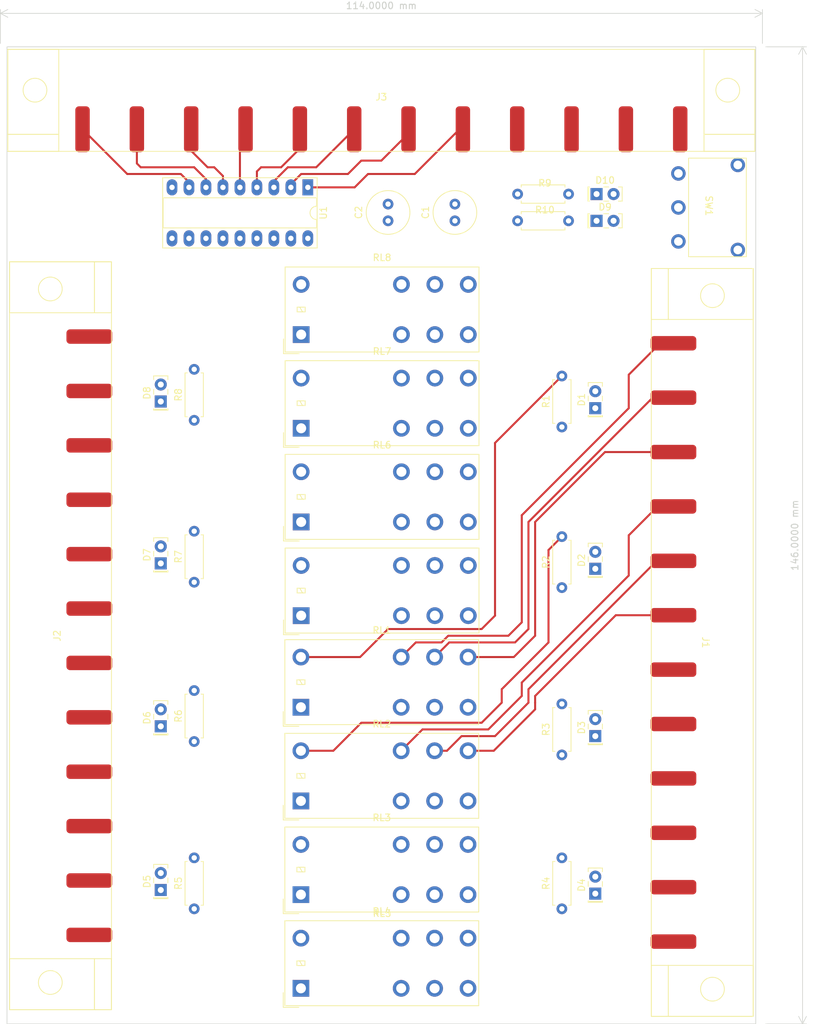
<source format=kicad_pcb>
(kicad_pcb (version 20211014) (generator pcbnew)
  (layers (0 "F.Cu" signal) (31 "B.Cu" signal) (34 "B.Paste" user) (35 "F.Paste" user) (36 "B.SilkS" user "B.Silkscreen") (37 "F.SilkS" user "F.Silkscreen") (38 "B.Mask" user) (39 "F.Mask" user) (44 "Edge.Cuts" user))
  (net 0 "")
  (net 1 "Net-(D1-Pad1)")
  (net 2 "/power_on")
  (net 3 "Net-(D2-Pad1)")
  (net 4 "Net-(D3-Pad1)")
  (net 5 "Net-(D4-Pad1)")
  (net 6 "Net-(D5-Pad1)")
  (net 7 "Net-(D6-Pad1)")
  (net 8 "Net-(D7-Pad1)")
  (net 9 "Net-(D8-Pad1)")
  (net 10 "Net-(D9-Pad1)")
  (net 11 "Net-(D10-Pad1)")
  (net 12 "/x1")
  (net 13 "/c1")
  (net 14 "/y1")
  (net 15 "/x2")
  (net 16 "/c2")
  (net 17 "/y2")
  (net 18 "/x3")
  (net 19 "/c3")
  (net 20 "/y3")
  (net 21 "/x4")
  (net 22 "/c4")
  (net 23 "/y4")
  (net 24 "/x5")
  (net 25 "/c5")
  (net 26 "/y5")
  (net 27 "/x6")
  (net 28 "/c6")
  (net 29 "/y6")
  (net 30 "/x7")
  (net 31 "/c7")
  (net 32 "/y7")
  (net 33 "/x8")
  (net 34 "/c8")
  (net 35 "/y8")
  (net 36 "+12V")
  (net 37 "GND")
  (net 38 "Net-(J3-Pad5)")
  (net 39 "Net-(J3-Pad6)")
  (net 40 "Net-(J3-Pad7)")
  (net 41 "Net-(J3-Pad8)")
  (net 42 "/o1")
  (net 43 "/o2")
  (net 44 "/o3")
  (net 45 "/o4")
  (net 46 "/o5")
  (net 47 "/o6")
  (net 48 "/o7")
  (net 49 "/o8")
  (net 50 "Net-(J3-Pad4)")
  (net 51 "Net-(J3-Pad3)")
  (net 52 "Net-(J3-Pad2)")
  (net 53 "Net-(J3-Pad1)")
  (footprint "LED_THT:LED_Rectangular_W5.0mm_H2.0mm" (layer "F.Cu") (at 43 158 90)
    (fp_text reference "D5" (at 1.27 -2.06 90) (layer "F.SilkS"))
    (fp_text value "LED")
    (pad "1" thru_hole rect (at 0 0 90) (size 1.8 1.8) (drill 0.9) (layers *.Cu *.Mask) (net 6 "Net-(D5-Pad1)"))
    (pad "2" thru_hole circle (at 2.54 0 90) (size 1.8 1.8) (drill 0.9) (layers *.Cu *.Mask) (net 2 "/power_on"))
  )
  (footprint "Resistor_THT:R_Axial_DIN0207_L6.3mm_D2.5mm_P7.62mm_Horizontal" (layer "F.Cu") (at 103 160.81 90)
    (fp_text reference "R4" (at 3.81 -2.37 90) (layer "F.SilkS"))
    (fp_text value "R")
    (pad "1" thru_hole circle (at 0 0 90) (size 1.6 1.6) (drill 0.8) (layers *.Cu *.Mask) (net 5 "Net-(D4-Pad1)"))
    (pad "2" thru_hole oval (at 7.62 0 90) (size 1.6 1.6) (drill 0.8) (layers *.Cu *.Mask) (net 45 "/o4"))
  )
  (footprint "Resistor_THT:R_Axial_DIN0207_L6.3mm_D2.5mm_P7.62mm_Horizontal" (layer "F.Cu") (at 103 88.81 90)
    (fp_text reference "R1" (at 3.81 -2.37 90) (layer "F.SilkS"))
    (fp_text value "R")
    (pad "1" thru_hole circle (at 0 0 90) (size 1.6 1.6) (drill 0.8) (layers *.Cu *.Mask) (net 1 "Net-(D1-Pad1)"))
    (pad "2" thru_hole oval (at 7.62 0 90) (size 1.6 1.6) (drill 0.8) (layers *.Cu *.Mask) (net 42 "/o1"))
  )
  (footprint "Resistor_THT:R_Axial_DIN0207_L6.3mm_D2.5mm_P7.62mm_Horizontal" (layer "F.Cu") (at 48 112 90)
    (fp_text reference "R7" (at 3.81 -2.37 90) (layer "F.SilkS"))
    (fp_text value "R")
    (pad "1" thru_hole circle (at 0 0 90) (size 1.6 1.6) (drill 0.8) (layers *.Cu *.Mask) (net 8 "Net-(D7-Pad1)"))
    (pad "2" thru_hole oval (at 7.62 0 90) (size 1.6 1.6) (drill 0.8) (layers *.Cu *.Mask) (net 48 "/o7"))
  )
  (footprint "Capacitor_THT:C_Radial_D6.3mm_H11.0mm_P2.50mm" (layer "F.Cu") (at 77 58 90)
    (fp_text reference "C2" (at 1.25 -4.4 90) (layer "F.SilkS"))
    (fp_text value "C")
    (pad "1" thru_hole circle (at 0 0 90) (size 1.6 1.6) (drill 0.8) (layers *.Cu *.Mask) (net 36 "+12V"))
    (pad "2" thru_hole circle (at 2.5 0 90) (size 1.6 1.6) (drill 0.8) (layers *.Cu *.Mask) (net 37 "GND"))
  )
  (footprint "Relay_THT:Relay_DPDT_Omron_G2RL" (layer "F.Cu") (at 64 103)
    (fp_text reference "RL6" (at 12.1 -11.5 180) (layer "F.SilkS"))
    (fp_text value "G2RL-2-ASI-DC12")
    (pad "1" thru_hole rect (at 0 0 90) (size 2.5 2.5) (drill 1.5) (layers *.Cu *.Mask) (net 2 "/power_on"))
    (pad "2" thru_hole oval (at 15 0 90) (size 2.5 2.5) (drill 1.5) (layers *.Cu *.Mask) (net 27 "/x6"))
    (pad "3" thru_hole oval (at 20 0 90) (size 2.5 2.5) (drill 1.5) (layers *.Cu *.Mask) (net 28 "/c6"))
    (pad "4" thru_hole oval (at 25 0 90) (size 2.5 2.5) (drill 1.5) (layers *.Cu *.Mask) (net 29 "/y6"))
    (pad "5" thru_hole oval (at 25 -7.5 90) (size 2.5 2.5) (drill 1.5) (layers *.Cu *.Mask) (net 29 "/y6"))
    (pad "6" thru_hole oval (at 20 -7.5 90) (size 2.5 2.5) (drill 1.5) (layers *.Cu *.Mask) (net 28 "/c6"))
    (pad "7" thru_hole oval (at 15 -7.5 90) (size 2.5 2.5) (drill 1.5) (layers *.Cu *.Mask) (net 27 "/x6"))
    (pad "8" thru_hole oval (at 0 -7.5 90) (size 2.5 2.5) (drill 1.5) (layers *.Cu *.Mask) (net 47 "/o6"))
  )
  (footprint "LED_THT:LED_Rectangular_W5.0mm_H2.0mm" (layer "F.Cu") (at 108.19 58)
    (fp_text reference "D9" (at 1.27 -2.06) (layer "F.SilkS"))
    (fp_text value "LED")
    (pad "1" thru_hole rect (at 0 0) (size 1.8 1.8) (drill 0.9) (layers *.Cu *.Mask) (net 10 "Net-(D9-Pad1)"))
    (pad "2" thru_hole circle (at 2.54 0) (size 1.8 1.8) (drill 0.9) (layers *.Cu *.Mask) (net 2 "/power_on"))
  )
  (footprint "Relay_THT:Relay_DPDT_Omron_G2RL" (layer "F.Cu") (at 63.9625 130.6875)
    (fp_text reference "RL1" (at 12.1 -11.5 180) (layer "F.SilkS"))
    (fp_text value "G2RL-2-ASI-DC12")
    (pad "1" thru_hole rect (at 0 0 90) (size 2.5 2.5) (drill 1.5) (layers *.Cu *.Mask) (net 2 "/power_on"))
    (pad "2" thru_hole oval (at 15 0 90) (size 2.5 2.5) (drill 1.5) (layers *.Cu *.Mask) (net 12 "/x1"))
    (pad "3" thru_hole oval (at 20 0 90) (size 2.5 2.5) (drill 1.5) (layers *.Cu *.Mask) (net 13 "/c1"))
    (pad "4" thru_hole oval (at 25 0 90) (size 2.5 2.5) (drill 1.5) (layers *.Cu *.Mask) (net 14 "/y1"))
    (pad "5" thru_hole oval (at 25 -7.5 90) (size 2.5 2.5) (drill 1.5) (layers *.Cu *.Mask) (net 14 "/y1"))
    (pad "6" thru_hole oval (at 20 -7.5 90) (size 2.5 2.5) (drill 1.5) (layers *.Cu *.Mask) (net 13 "/c1"))
    (pad "7" thru_hole oval (at 15 -7.5 90) (size 2.5 2.5) (drill 1.5) (layers *.Cu *.Mask) (net 12 "/x1"))
    (pad "8" thru_hole oval (at 0 -7.5 90) (size 2.5 2.5) (drill 1.5) (layers *.Cu *.Mask) (net 42 "/o1"))
  )
  (footprint "LED_THT:LED_Rectangular_W5.0mm_H2.0mm" (layer "F.Cu") (at 43 85 90)
    (fp_text reference "D8" (at 1.27 -2.06 90) (layer "F.SilkS"))
    (fp_text value "LED")
    (pad "1" thru_hole rect (at 0 0 90) (size 1.8 1.8) (drill 0.9) (layers *.Cu *.Mask) (net 9 "Net-(D8-Pad1)"))
    (pad "2" thru_hole circle (at 2.54 0 90) (size 1.8 1.8) (drill 0.9) (layers *.Cu *.Mask) (net 2 "/power_on"))
  )
  (footprint "Resistor_THT:R_Axial_DIN0207_L6.3mm_D2.5mm_P7.62mm_Horizontal" (layer "F.Cu") (at 104 54 180)
    (fp_text reference "R10" (at 3.54 -2.37) (layer "F.SilkS"))
    (fp_text value "R")
    (pad "1" thru_hole circle (at 0 0 180) (size 1.6 1.6) (drill 0.8) (layers *.Cu *.Mask) (net 11 "Net-(D10-Pad1)"))
    (pad "2" thru_hole oval (at 7.62 0 180) (size 1.6 1.6) (drill 0.8) (layers *.Cu *.Mask) (net 37 "GND"))
  )
  (footprint "Resistor_THT:R_Axial_DIN0207_L6.3mm_D2.5mm_P7.62mm_Horizontal" (layer "F.Cu") (at 48 135.81 90)
    (fp_text reference "R6" (at 3.81 -2.37 90) (layer "F.SilkS"))
    (fp_text value "R")
    (pad "1" thru_hole circle (at 0 0 90) (size 1.6 1.6) (drill 0.8) (layers *.Cu *.Mask) (net 7 "Net-(D6-Pad1)"))
    (pad "2" thru_hole oval (at 7.62 0 90) (size 1.6 1.6) (drill 0.8) (layers *.Cu *.Mask) (net 47 "/o6"))
  )
  (footprint "Relay_THT:Relay_DPDT_Omron_G2RL" (layer "F.Cu") (at 63.9625 144.6875)
    (fp_text reference "RL2" (at 12.1 -11.5 180) (layer "F.SilkS"))
    (fp_text value "G2RL-2-ASI-DC12")
    (pad "1" thru_hole rect (at 0 0 90) (size 2.5 2.5) (drill 1.5) (layers *.Cu *.Mask) (net 2 "/power_on"))
    (pad "2" thru_hole oval (at 15 0 90) (size 2.5 2.5) (drill 1.5) (layers *.Cu *.Mask) (net 15 "/x2"))
    (pad "3" thru_hole oval (at 20 0 90) (size 2.5 2.5) (drill 1.5) (layers *.Cu *.Mask) (net 16 "/c2"))
    (pad "4" thru_hole oval (at 25 0 90) (size 2.5 2.5) (drill 1.5) (layers *.Cu *.Mask) (net 17 "/y2"))
    (pad "5" thru_hole oval (at 25 -7.5 90) (size 2.5 2.5) (drill 1.5) (layers *.Cu *.Mask) (net 17 "/y2"))
    (pad "6" thru_hole oval (at 20 -7.5 90) (size 2.5 2.5) (drill 1.5) (layers *.Cu *.Mask) (net 16 "/c2"))
    (pad "7" thru_hole oval (at 15 -7.5 90) (size 2.5 2.5) (drill 1.5) (layers *.Cu *.Mask) (net 15 "/x2"))
    (pad "8" thru_hole oval (at 0 -7.5 90) (size 2.5 2.5) (drill 1.5) (layers *.Cu *.Mask) (net 43 "/o2"))
  )
  (footprint "transientlab_footprints:sw_spdt_large" (layer "F.Cu") (at 120.42975 56 -90)
    (fp_text reference "SW1" (at -0.254 -4.572 -90 unlocked) (layer "F.SilkS"))
    (fp_text value "SW_SPDT")
    (pad "1" thru_hole circle (at -5.08 0 270) (size 2.159 2.159) (drill 1.3) (layers *.Cu *.Mask))
    (pad "2" thru_hole circle (at 0 0 270) (size 2.159 2.159) (drill 1.3) (layers *.Cu *.Mask) (net 36 "+12V"))
    (pad "3" thru_hole circle (at 5.08 0 270) (size 2.159 2.159) (drill 1.3) (layers *.Cu *.Mask) (net 2 "/power_on"))
    (pad "4" thru_hole circle (at -6.35 -8.89 270) (size 2.159 2.159) (drill 1.3) (layers *.Cu *.Mask))
    (pad "4" thru_hole circle (at 6.35 -8.89 270) (size 2.159 2.159) (drill 1.3) (layers *.Cu *.Mask))
  )
  (footprint "Relay_THT:Relay_DPDT_Omron_G2RL" (layer "F.Cu") (at 64 75)
    (fp_text reference "RL8" (at 12.1 -11.5 180) (layer "F.SilkS"))
    (fp_text value "G2RL-2-ASI-DC12")
    (pad "1" thru_hole rect (at 0 0 90) (size 2.5 2.5) (drill 1.5) (layers *.Cu *.Mask) (net 2 "/power_on"))
    (pad "2" thru_hole oval (at 15 0 90) (size 2.5 2.5) (drill 1.5) (layers *.Cu *.Mask) (net 33 "/x8"))
    (pad "3" thru_hole oval (at 20 0 90) (size 2.5 2.5) (drill 1.5) (layers *.Cu *.Mask) (net 34 "/c8"))
    (pad "4" thru_hole oval (at 25 0 90) (size 2.5 2.5) (drill 1.5) (layers *.Cu *.Mask) (net 35 "/y8"))
    (pad "5" thru_hole oval (at 25 -7.5 90) (size 2.5 2.5) (drill 1.5) (layers *.Cu *.Mask) (net 35 "/y8"))
    (pad "6" thru_hole oval (at 20 -7.5 90) (size 2.5 2.5) (drill 1.5) (layers *.Cu *.Mask) (net 34 "/c8"))
    (pad "7" thru_hole oval (at 15 -7.5 90) (size 2.5 2.5) (drill 1.5) (layers *.Cu *.Mask) (net 33 "/x8"))
    (pad "8" thru_hole oval (at 0 -7.5 90) (size 2.5 2.5) (drill 1.5) (layers *.Cu *.Mask) (net 49 "/o8"))
  )
  (footprint "LED_THT:LED_Rectangular_W5.0mm_H2.0mm" (layer "F.Cu") (at 43 133.54 90)
    (fp_text reference "D6" (at 1.27 -2.06 90) (layer "F.SilkS"))
    (fp_text value "LED")
    (pad "1" thru_hole rect (at 0 0 90) (size 1.8 1.8) (drill 0.9) (layers *.Cu *.Mask) (net 7 "Net-(D6-Pad1)"))
    (pad "2" thru_hole circle (at 2.54 0 90) (size 1.8 1.8) (drill 0.9) (layers *.Cu *.Mask) (net 2 "/power_on"))
  )
  (footprint "LED_THT:LED_Rectangular_W5.0mm_H2.0mm" (layer "F.Cu") (at 108 86 90)
    (fp_text reference "D1" (at 1.27 -2.06 90) (layer "F.SilkS"))
    (fp_text value "LED")
    (pad "1" thru_hole rect (at 0 0 90) (size 1.8 1.8) (drill 0.9) (layers *.Cu *.Mask) (net 1 "Net-(D1-Pad1)"))
    (pad "2" thru_hole circle (at 2.54 0 90) (size 1.8 1.8) (drill 0.9) (layers *.Cu *.Mask) (net 2 "/power_on"))
  )
  (footprint "LED_THT:LED_Rectangular_W5.0mm_H2.0mm" (layer "F.Cu") (at 108 110 90)
    (fp_text reference "D2" (at 1.27 -2.06 90) (layer "F.SilkS"))
    (fp_text value "LED")
    (pad "1" thru_hole rect (at 0 0 90) (size 1.8 1.8) (drill 0.9) (layers *.Cu *.Mask) (net 3 "Net-(D2-Pad1)"))
    (pad "2" thru_hole circle (at 2.54 0 90) (size 1.8 1.8) (drill 0.9) (layers *.Cu *.Mask) (net 2 "/power_on"))
  )
  (footprint "Capacitor_THT:C_Radial_D6.3mm_H11.0mm_P2.50mm" (layer "F.Cu") (at 87 58 90)
    (fp_text reference "C1" (at 1.25 -4.4 90) (layer "F.SilkS"))
    (fp_text value "C")
    (pad "1" thru_hole circle (at 0 0 90) (size 1.6 1.6) (drill 0.8) (layers *.Cu *.Mask) (net 36 "+12V"))
    (pad "2" thru_hole circle (at 2.5 0 90) (size 1.6 1.6) (drill 0.8) (layers *.Cu *.Mask) (net 37 "GND"))
  )
  (footprint "Relay_THT:Relay_DPDT_Omron_G2RL" (layer "F.Cu") (at 64 89)
    (fp_text reference "RL7" (at 12.1 -11.5 180) (layer "F.SilkS"))
    (fp_text value "G2RL-2-ASI-DC12")
    (pad "1" thru_hole rect (at 0 0 90) (size 2.5 2.5) (drill 1.5) (layers *.Cu *.Mask) (net 2 "/power_on"))
    (pad "2" thru_hole oval (at 15 0 90) (size 2.5 2.5) (drill 1.5) (layers *.Cu *.Mask) (net 30 "/x7"))
    (pad "3" thru_hole oval (at 20 0 90) (size 2.5 2.5) (drill 1.5) (layers *.Cu *.Mask) (net 31 "/c7"))
    (pad "4" thru_hole oval (at 25 0 90) (size 2.5 2.5) (drill 1.5) (layers *.Cu *.Mask) (net 32 "/y7"))
    (pad "5" thru_hole oval (at 25 -7.5 90) (size 2.5 2.5) (drill 1.5) (layers *.Cu *.Mask) (net 32 "/y7"))
    (pad "6" thru_hole oval (at 20 -7.5 90) (size 2.5 2.5) (drill 1.5) (layers *.Cu *.Mask) (net 31 "/c7"))
    (pad "7" thru_hole oval (at 15 -7.5 90) (size 2.5 2.5) (drill 1.5) (layers *.Cu *.Mask) (net 30 "/x7"))
    (pad "8" thru_hole oval (at 0 -7.5 90) (size 2.5 2.5) (drill 1.5) (layers *.Cu *.Mask) (net 48 "/o7"))
  )
  (footprint "Relay_THT:Relay_DPDT_Omron_G2RL" (layer "F.Cu") (at 64 117)
    (fp_text reference "RL5" (at 12.1 44.5 180) (layer "F.SilkS"))
    (fp_text value "G2RL-2-ASI-DC12")
    (pad "1" thru_hole rect (at 0 0 90) (size 2.5 2.5) (drill 1.5) (layers *.Cu *.Mask) (net 2 "/power_on"))
    (pad "2" thru_hole oval (at 15 0 90) (size 2.5 2.5) (drill 1.5) (layers *.Cu *.Mask) (net 24 "/x5"))
    (pad "3" thru_hole oval (at 20 0 90) (size 2.5 2.5) (drill 1.5) (layers *.Cu *.Mask) (net 25 "/c5"))
    (pad "4" thru_hole oval (at 25 0 90) (size 2.5 2.5) (drill 1.5) (layers *.Cu *.Mask) (net 26 "/y5"))
    (pad "5" thru_hole oval (at 25 -7.5 90) (size 2.5 2.5) (drill 1.5) (layers *.Cu *.Mask) (net 26 "/y5"))
    (pad "6" thru_hole oval (at 20 -7.5 90) (size 2.5 2.5) (drill 1.5) (layers *.Cu *.Mask) (net 25 "/c5"))
    (pad "7" thru_hole oval (at 15 -7.5 90) (size 2.5 2.5) (drill 1.5) (layers *.Cu *.Mask) (net 24 "/x5"))
    (pad "8" thru_hole oval (at 0 -7.5 90) (size 2.5 2.5) (drill 1.5) (layers *.Cu *.Mask) (net 46 "/o5"))
  )
  (footprint "Resistor_THT:R_Axial_DIN0207_L6.3mm_D2.5mm_P7.62mm_Horizontal" (layer "F.Cu") (at 103 137.81 90)
    (fp_text reference "R3" (at 3.81 -2.37 90) (layer "F.SilkS"))
    (fp_text value "R")
    (pad "1" thru_hole circle (at 0 0 90) (size 1.6 1.6) (drill 0.8) (layers *.Cu *.Mask) (net 4 "Net-(D3-Pad1)"))
    (pad "2" thru_hole oval (at 7.62 0 90) (size 1.6 1.6) (drill 0.8) (layers *.Cu *.Mask) (net 44 "/o3"))
  )
  (footprint "Resistor_THT:R_Axial_DIN0207_L6.3mm_D2.5mm_P7.62mm_Horizontal" (layer "F.Cu") (at 103 112.81 90)
    (fp_text reference "R2" (at 3.81 -2.37 90) (layer "F.SilkS"))
    (fp_text value "R")
    (pad "1" thru_hole circle (at 0 0 90) (size 1.6 1.6) (drill 0.8) (layers *.Cu *.Mask) (net 3 "Net-(D2-Pad1)"))
    (pad "2" thru_hole oval (at 7.62 0 90) (size 1.6 1.6) (drill 0.8) (layers *.Cu *.Mask) (net 43 "/o2"))
  )
  (footprint "LED_THT:LED_Rectangular_W5.0mm_H2.0mm" (layer "F.Cu") (at 108 135 90)
    (fp_text reference "D3" (at 1.27 -2.06 90) (layer "F.SilkS"))
    (fp_text value "LED")
    (pad "1" thru_hole rect (at 0 0 90) (size 1.8 1.8) (drill 0.9) (layers *.Cu *.Mask) (net 4 "Net-(D3-Pad1)"))
    (pad "2" thru_hole circle (at 2.54 0 90) (size 1.8 1.8) (drill 0.9) (layers *.Cu *.Mask) (net 2 "/power_on"))
  )
  (footprint "Resistor_THT:R_Axial_DIN0207_L6.3mm_D2.5mm_P7.62mm_Horizontal" (layer "F.Cu") (at 48 160.81 90)
    (fp_text reference "R5" (at 3.81 -2.37 90) (layer "F.SilkS"))
    (fp_text value "R")
    (pad "1" thru_hole circle (at 0 0 90) (size 1.6 1.6) (drill 0.8) (layers *.Cu *.Mask) (net 6 "Net-(D5-Pad1)"))
    (pad "2" thru_hole oval (at 7.62 0 90) (size 1.6 1.6) (drill 0.8) (layers *.Cu *.Mask) (net 46 "/o5"))
  )
  (footprint "Package_DIP:DIP-18_W7.62mm_Socket_LongPads" (layer "F.Cu") (at 65 53 -90)
    (fp_text reference "U1" (at 3.81 -2.33 90) (layer "F.SilkS"))
    (fp_text value "ULN2803A")
    (pad "1" thru_hole rect (at 0 0 270) (size 2.4 1.6) (drill 0.8) (layers *.Cu *.Mask) (net 41 "Net-(J3-Pad8)"))
    (pad "2" thru_hole oval (at 0 2.54 270) (size 2.4 1.6) (drill 0.8) (layers *.Cu *.Mask) (net 40 "Net-(J3-Pad7)"))
    (pad "3" thru_hole oval (at 0 5.08 270) (size 2.4 1.6) (drill 0.8) (layers *.Cu *.Mask) (net 39 "Net-(J3-Pad6)"))
    (pad "4" thru_hole oval (at 0 7.62 270) (size 2.4 1.6) (drill 0.8) (layers *.Cu *.Mask) (net 38 "Net-(J3-Pad5)"))
    (pad "5" thru_hole oval (at 0 10.16 270) (size 2.4 1.6) (drill 0.8) (layers *.Cu *.Mask) (net 50 "Net-(J3-Pad4)"))
    (pad "6" thru_hole oval (at 0 12.7 270) (size 2.4 1.6) (drill 0.8) (layers *.Cu *.Mask) (net 51 "Net-(J3-Pad3)"))
    (pad "7" thru_hole oval (at 0 15.24 270) (size 2.4 1.6) (drill 0.8) (layers *.Cu *.Mask) (net 52 "Net-(J3-Pad2)"))
    (pad "8" thru_hole oval (at 0 17.78 270) (size 2.4 1.6) (drill 0.8) (layers *.Cu *.Mask) (net 53 "Net-(J3-Pad1)"))
    (pad "9" thru_hole oval (at 0 20.32 270) (size 2.4 1.6) (drill 0.8) (layers *.Cu *.Mask) (net 37 "GND"))
    (pad "10" thru_hole oval (at 7.62 20.32 270) (size 2.4 1.6) (drill 0.8) (layers *.Cu *.Mask) (net 2 "/power_on"))
    (pad "11" thru_hole oval (at 7.62 17.78 270) (size 2.4 1.6) (drill 0.8) (layers *.Cu *.Mask) (net 49 "/o8"))
    (pad "12" thru_hole oval (at 7.62 15.24 270) (size 2.4 1.6) (drill 0.8) (layers *.Cu *.Mask) (net 48 "/o7"))
    (pad "13" thru_hole oval (at 7.62 12.7 270) (size 2.4 1.6) (drill 0.8) (layers *.Cu *.Mask) (net 47 "/o6"))
    (pad "14" thru_hole oval (at 7.62 10.16 270) (size 2.4 1.6) (drill 0.8) (layers *.Cu *.Mask) (net 46 "/o5"))
    (pad "15" thru_hole oval (at 7.62 7.62 270) (size 2.4 1.6) (drill 0.8) (layers *.Cu *.Mask) (net 45 "/o4"))
    (pad "16" thru_hole oval (at 7.62 5.08 270) (size 2.4 1.6) (drill 0.8) (layers *.Cu *.Mask) (net 44 "/o3"))
    (pad "17" thru_hole oval (at 7.62 2.54 270) (size 2.4 1.6) (drill 0.8) (layers *.Cu *.Mask) (net 43 "/o2"))
    (pad "18" thru_hole oval (at 7.62 0 270) (size 2.4 1.6) (drill 0.8) (layers *.Cu *.Mask) (net 42 "/o1"))
  )
  (footprint "Relay_THT:Relay_DPDT_Omron_G2RL" (layer "F.Cu") (at 63.9625 158.6875)
    (fp_text reference "RL3" (at 12.1 -11.5 180) (layer "F.SilkS"))
    (fp_text value "G2RL-2-ASI-DC12")
    (pad "1" thru_hole rect (at 0 0 90) (size 2.5 2.5) (drill 1.5) (layers *.Cu *.Mask) (net 2 "/power_on"))
    (pad "2" thru_hole oval (at 15 0 90) (size 2.5 2.5) (drill 1.5) (layers *.Cu *.Mask) (net 18 "/x3"))
    (pad "3" thru_hole oval (at 20 0 90) (size 2.5 2.5) (drill 1.5) (layers *.Cu *.Mask) (net 19 "/c3"))
    (pad "4" thru_hole oval (at 25 0 90) (size 2.5 2.5) (drill 1.5) (layers *.Cu *.Mask) (net 20 "/y3"))
    (pad "5" thru_hole oval (at 25 -7.5 90) (size 2.5 2.5) (drill 1.5) (layers *.Cu *.Mask) (net 20 "/y3"))
    (pad "6" thru_hole oval (at 20 -7.5 90) (size 2.5 2.5) (drill 1.5) (layers *.Cu *.Mask) (net 19 "/c3"))
    (pad "7" thru_hole oval (at 15 -7.5 90) (size 2.5 2.5) (drill 1.5) (layers *.Cu *.Mask) (net 18 "/x3"))
    (pad "8" thru_hole oval (at 0 -7.5 90) (size 2.5 2.5) (drill 1.5) (layers *.Cu *.Mask) (net 44 "/o3"))
  )
  (footprint "transientlab_footprints:conn_large_12" (layer "F.Cu") (at 124 121 -90)
    (fp_text reference "J1" (at 0 -0.5 -90 unlocked) (layer "F.SilkS"))
    (fp_text value "Conn_01x12_Female")
    (pad "1" smd roundrect (at -44.704 4.318 270) (size 2.159 6.858) (layers "F.Cu" "F.Paste" "F.Mask") (net 12 "/x1"))
    (pad "2" smd roundrect (at -36.576 4.318 270) (size 2.159 6.858) (layers "F.Cu" "F.Paste" "F.Mask") (net 13 "/c1"))
    (pad "3" smd roundrect (at -28.448 4.318 270) (size 2.159 6.858) (layers "F.Cu" "F.Paste" "F.Mask") (net 14 "/y1"))
    (pad "4" smd roundrect (at -20.32 4.318 270) (size 2.159 6.858) (layers "F.Cu" "F.Paste" "F.Mask") (net 15 "/x2"))
    (pad "5" smd roundrect (at -12.192 4.318 270) (size 2.159 6.858) (layers "F.Cu" "F.Paste" "F.Mask") (net 16 "/c2"))
    (pad "6" smd roundrect (at -4.064 4.318 270) (size 2.159 6.858) (layers "F.Cu" "F.Paste" "F.Mask") (net 17 "/y2"))
    (pad "7" smd roundrect (at 4.064 4.318 270) (size 2.159 6.858) (layers "F.Cu" "F.Paste" "F.Mask") (net 18 "/x3"))
    (pad "8" smd roundrect (at 12.192 4.318 270) (size 2.159 6.858) (layers "F.Cu" "F.Paste" "F.Mask") (net 19 "/c3"))
    (pad "9" smd roundrect (at 20.32 4.318 270) (size 2.159 6.858) (layers "F.Cu" "F.Paste" "F.Mask") (net 20 "/y3"))
    (pad "10" smd roundrect (at 28.448 4.318 270) (size 2.159 6.858) (layers "F.Cu" "F.Paste" "F.Mask") (net 21 "/x4"))
    (pad "11" smd roundrect (at 36.576 4.318 270) (size 2.159 6.858) (layers "F.Cu" "F.Paste" "F.Mask") (net 22 "/c4"))
    (pad "12" smd roundrect (at 44.704 4.318 270) (size 2.159 6.858) (layers "F.Cu" "F.Paste" "F.Mask") (net 23 "/y4"))
  )
  (footprint "LED_THT:LED_Rectangular_W5.0mm_H2.0mm" (layer "F.Cu") (at 43 109.19 90)
    (fp_text reference "D7" (at 1.27 -2.06 90) (layer "F.SilkS"))
    (fp_text value "LED")
    (pad "1" thru_hole rect (at 0 0 90) (size 1.8 1.8) (drill 0.9) (layers *.Cu *.Mask) (net 8 "Net-(D7-Pad1)"))
    (pad "2" thru_hole circle (at 2.54 0 90) (size 1.8 1.8) (drill 0.9) (layers *.Cu *.Mask) (net 2 "/power_on"))
  )
  (footprint "Resistor_THT:R_Axial_DIN0207_L6.3mm_D2.5mm_P7.62mm_Horizontal" (layer "F.Cu") (at 48 87.81 90)
    (fp_text reference "R8" (at 3.81 -2.37 90) (layer "F.SilkS"))
    (fp_text value "R")
    (pad "1" thru_hole circle (at 0 0 90) (size 1.6 1.6) (drill 0.8) (layers *.Cu *.Mask) (net 9 "Net-(D8-Pad1)"))
    (pad "2" thru_hole oval (at 7.62 0 90) (size 1.6 1.6) (drill 0.8) (layers *.Cu *.Mask) (net 49 "/o8"))
  )
  (footprint "Resistor_THT:R_Axial_DIN0207_L6.3mm_D2.5mm_P7.62mm_Horizontal" (layer "F.Cu") (at 104 58 180)
    (fp_text reference "R9" (at 3.54 5.63) (layer "F.SilkS"))
    (fp_text value "R")
    (pad "1" thru_hole circle (at 0 0 180) (size 1.6 1.6) (drill 0.8) (layers *.Cu *.Mask) (net 10 "Net-(D9-Pad1)"))
    (pad "2" thru_hole oval (at 7.62 0 180) (size 1.6 1.6) (drill 0.8) (layers *.Cu *.Mask) (net 37 "GND"))
  )
  (footprint "Relay_THT:Relay_DPDT_Omron_G2RL" (layer "F.Cu") (at 63.9625 172.6875)
    (fp_text reference "RL4" (at 12.1 -11.5 180) (layer "F.SilkS"))
    (fp_text value "G2RL-2-ASI-DC12")
    (pad "1" thru_hole rect (at 0 0 90) (size 2.5 2.5) (drill 1.5) (layers *.Cu *.Mask) (net 2 "/power_on"))
    (pad "2" thru_hole oval (at 15 0 90) (size 2.5 2.5) (drill 1.5) (layers *.Cu *.Mask) (net 21 "/x4"))
    (pad "3" thru_hole oval (at 20 0 90) (size 2.5 2.5) (drill 1.5) (layers *.Cu *.Mask) (net 22 "/c4"))
    (pad "4" thru_hole oval (at 25 0 90) (size 2.5 2.5) (drill 1.5) (layers *.Cu *.Mask) (net 23 "/y4"))
    (pad "5" thru_hole oval (at 25 -7.5 90) (size 2.5 2.5) (drill 1.5) (layers *.Cu *.Mask) (net 23 "/y4"))
    (pad "6" thru_hole oval (at 20 -7.5 90) (size 2.5 2.5) (drill 1.5) (layers *.Cu *.Mask) (net 22 "/c4"))
    (pad "7" thru_hole oval (at 15 -7.5 90) (size 2.5 2.5) (drill 1.5) (layers *.Cu *.Mask) (net 21 "/x4"))
    (pad "8" thru_hole oval (at 0 -7.5 90) (size 2.5 2.5) (drill 1.5) (layers *.Cu *.Mask) (net 45 "/o4"))
  )
  (footprint "LED_THT:LED_Rectangular_W5.0mm_H2.0mm" (layer "F.Cu") (at 108 158.54 90)
    (fp_text reference "D4" (at 1.27 -2.06 90) (layer "F.SilkS"))
    (fp_text value "LED")
    (pad "1" thru_hole rect (at 0 0 90) (size 1.8 1.8) (drill 0.9) (layers *.Cu *.Mask) (net 5 "Net-(D4-Pad1)"))
    (pad "2" thru_hole circle (at 2.54 0 90) (size 1.8 1.8) (drill 0.9) (layers *.Cu *.Mask) (net 2 "/power_on"))
  )
  (footprint "LED_THT:LED_Rectangular_W5.0mm_H2.0mm" (layer "F.Cu") (at 108.19 54)
    (fp_text reference "D10" (at 1.27 -2.06) (layer "F.SilkS"))
    (fp_text value "LED")
    (pad "1" thru_hole rect (at 0 0) (size 1.8 1.8) (drill 0.9) (layers *.Cu *.Mask) (net 11 "Net-(D10-Pad1)"))
    (pad "2" thru_hole circle (at 2.54 0) (size 1.8 1.8) (drill 0.9) (layers *.Cu *.Mask) (net 36 "+12V"))
  )
  (footprint "transientlab_footprints:conn_large_12" (layer "F.Cu") (at 28 120 90)
    (fp_text reference "J2" (at 0 -0.5 90 unlocked) (layer "F.SilkS"))
    (fp_text value "Conn_01x12_Female")
    (pad "1" smd roundrect (at -44.704 4.318 90) (size 2.159 6.858) (layers "F.Cu" "F.Paste" "F.Mask") (net 24 "/x5"))
    (pad "2" smd roundrect (at -36.576 4.318 90) (size 2.159 6.858) (layers "F.Cu" "F.Paste" "F.Mask") (net 25 "/c5"))
    (pad "3" smd roundrect (at -28.448 4.318 90) (size 2.159 6.858) (layers "F.Cu" "F.Paste" "F.Mask") (net 26 "/y5"))
    (pad "4" smd roundrect (at -20.32 4.318 90) (size 2.159 6.858) (layers "F.Cu" "F.Paste" "F.Mask") (net 27 "/x6"))
    (pad "5" smd roundrect (at -12.192 4.318 90) (size 2.159 6.858) (layers "F.Cu" "F.Paste" "F.Mask") (net 28 "/c6"))
    (pad "6" smd roundrect (at -4.064 4.318 90) (size 2.159 6.858) (layers "F.Cu" "F.Paste" "F.Mask") (net 29 "/y6"))
    (pad "7" smd roundrect (at 4.064 4.318 90) (size 2.159 6.858) (layers "F.Cu" "F.Paste" "F.Mask") (net 30 "/x7"))
    (pad "8" smd roundrect (at 12.192 4.318 90) (size 2.159 6.858) (layers "F.Cu" "F.Paste" "F.Mask") (net 31 "/c7"))
    (pad "9" smd roundrect (at 20.32 4.318 90) (size 2.159 6.858) (layers "F.Cu" "F.Paste" "F.Mask") (net 32 "/y7"))
    (pad "10" smd roundrect (at 28.448 4.318 90) (size 2.159 6.858) (layers "F.Cu" "F.Paste" "F.Mask") (net 33 "/x8"))
    (pad "11" smd roundrect (at 36.576 4.318 90) (size 2.159 6.858) (layers "F.Cu" "F.Paste" "F.Mask") (net 34 "/c8"))
    (pad "12" smd roundrect (at 44.704 4.318 90) (size 2.159 6.858) (layers "F.Cu" "F.Paste" "F.Mask") (net 35 "/y8"))
  )
  (footprint "transientlab_footprints:conn_large_12" (layer "F.Cu") (at 76 40)
    (fp_text reference "J3" (at 0 -0.5 unlocked) (layer "F.SilkS"))
    (fp_text value "Conn_01x12_Female")
    (pad "1" smd roundrect (at -44.704 4.318) (size 2.159 6.858) (layers "F.Cu" "F.Paste" "F.Mask") (net 53 "Net-(J3-Pad1)"))
    (pad "2" smd roundrect (at -36.576 4.318) (size 2.159 6.858) (layers "F.Cu" "F.Paste" "F.Mask") (net 52 "Net-(J3-Pad2)"))
    (pad "3" smd roundrect (at -28.448 4.318) (size 2.159 6.858) (layers "F.Cu" "F.Paste" "F.Mask") (net 51 "Net-(J3-Pad3)"))
    (pad "4" smd roundrect (at -20.32 4.318) (size 2.159 6.858) (layers "F.Cu" "F.Paste" "F.Mask") (net 50 "Net-(J3-Pad4)"))
    (pad "5" smd roundrect (at -12.192 4.318) (size 2.159 6.858) (layers "F.Cu" "F.Paste" "F.Mask") (net 38 "Net-(J3-Pad5)"))
    (pad "6" smd roundrect (at -4.064 4.318) (size 2.159 6.858) (layers "F.Cu" "F.Paste" "F.Mask") (net 39 "Net-(J3-Pad6)"))
    (pad "7" smd roundrect (at 4.064 4.318) (size 2.159 6.858) (layers "F.Cu" "F.Paste" "F.Mask") (net 40 "Net-(J3-Pad7)"))
    (pad "8" smd roundrect (at 12.192 4.318) (size 2.159 6.858) (layers "F.Cu" "F.Paste" "F.Mask") (net 41 "Net-(J3-Pad8)"))
    (pad "9" smd roundrect (at 20.32 4.318) (size 2.159 6.858) (layers "F.Cu" "F.Paste" "F.Mask") (net 37 "GND"))
    (pad "10" smd roundrect (at 28.448 4.318) (size 2.159 6.858) (layers "F.Cu" "F.Paste" "F.Mask") (net 37 "GND"))
    (pad "11" smd roundrect (at 36.576 4.318) (size 2.159 6.858) (layers "F.Cu" "F.Paste" "F.Mask") (net 36 "+12V"))
    (pad "12" smd roundrect (at 44.704 4.318) (size 2.159 6.858) (layers "F.Cu" "F.Paste" "F.Mask") (net 36 "+12V"))
  )
  (gr_rect (start 20 32) (end 132 178) (layer "Edge.Cuts") (width 0.1) (fill none))
  (dimension (type aligned) (layer "Edge.Cuts") (pts (xy 133 32) (xy 133 178)) (height -6) (gr_text "146,0000 mm" (at 137.85 105 90) (layer "Edge.Cuts") (effects (font (size 1 1) (thickness 0.15)))) (format (units 3) (units_format 1) (precision 4)) (style (thickness 0.1) (arrow_length 1.27) (text_position_mode 0) (extension_height 0.58642) (extension_offset 0.5) keep_text_aligned))
  (dimension (type aligned) (layer "Edge.Cuts") (pts (xy 133 32) (xy 19 32)) (height 5) (gr_text "114,0000 mm" (at 76 25.85) (layer "Edge.Cuts") (effects (font (size 1 1) (thickness 0.15)))) (format (units 3) (units_format 1) (precision 4)) (style (thickness 0.1) (arrow_length 1.27) (text_position_mode 0) (extension_height 0.58642) (extension_offset 0.5) keep_text_aligned))
  (segment (start 117.704 76.296) (end 119.682 76.296) (width 0.3) (layer "F.Cu") (net 12))
  (segment (start 97 102) (end 113 86) (width 0.3) (layer "F.Cu") (net 12))
  (segment (start 81.15 121) (end 85 121) (width 0.3) (layer "F.Cu") (net 12))
  (segment (start 113 86) (end 113 81) (width 0.3) (layer "F.Cu") (net 12))
  (segment (start 85 121) (end 86 120) (width 0.3) (layer "F.Cu") (net 12))
  (segment (start 78.9625 123.1875) (end 81.15 121) (width 0.3) (layer "F.Cu") (net 12))
  (segment (start 86 120) (end 95 120) (width 0.3) (layer "F.Cu") (net 12))
  (segment (start 113 81) (end 117.704 76.296) (width 0.3) (layer "F.Cu") (net 12))
  (segment (start 97 118) (end 97 102) (width 0.3) (layer "F.Cu") (net 12))
  (segment (start 95 120) (end 97 118) (width 0.3) (layer "F.Cu") (net 12))
  (segment (start 98 103) (end 116.576 84.424) (width 0.3) (layer "F.Cu") (net 13))
  (segment (start 83.9625 123.1875) (end 86.15 121) (width 0.3) (layer "F.Cu") (net 13))
  (segment (start 96 121) (end 98 119) (width 0.3) (layer "F.Cu") (net 13))
  (segment (start 98 119) (end 98 103) (width 0.3) (layer "F.Cu") (net 13))
  (segment (start 116.576 84.424) (end 119.682 84.424) (width 0.3) (layer "F.Cu") (net 13))
  (segment (start 86.15 121) (end 96 121) (width 0.3) (layer "F.Cu") (net 13))
  (segment (start 99 120) (end 99 103) (width 0.3) (layer "F.Cu") (net 14))
  (segment (start 99 103) (end 109.448 92.552) (width 0.3) (layer "F.Cu") (net 14))
  (segment (start 88.9625 123.1875) (end 95.8125 123.1875) (width 0.3) (layer "F.Cu") (net 14))
  (segment (start 109.448 92.552) (end 119.682 92.552) (width 0.3) (layer "F.Cu") (net 14))
  (segment (start 95.8125 123.1875) (end 99 120) (width 0.3) (layer "F.Cu") (net 14))
  (segment (start 82.15 134) (end 92 134) (width 0.3) (layer "F.Cu") (net 15))
  (segment (start 113 105) (end 117.32 100.68) (width 0.3) (layer "F.Cu") (net 15))
  (segment (start 117.32 100.68) (end 119.682 100.68) (width 0.3) (layer "F.Cu") (net 15))
  (segment (start 97 127) (end 113 111) (width 0.3) (layer "F.Cu") (net 15))
  (segment (start 78.9625 137.1875) (end 82.15 134) (width 0.3) (layer "F.Cu") (net 15))
  (segment (start 92 134) (end 97 129) (width 0.3) (layer "F.Cu") (net 15))
  (segment (start 113 111) (end 113 105) (width 0.3) (layer "F.Cu") (net 15))
  (segment (start 97 129) (end 97 127) (width 0.3) (layer "F.Cu") (net 15))
  (segment (start 117.192 108.808) (end 119.682 108.808) (width 0.3) (layer "F.Cu") (net 16))
  (segment (start 83.9625 137.1875) (end 85.8125 137.1875) (width 0.3) (layer "F.Cu") (net 16))
  (segment (start 85.8125 137.1875) (end 88 135) (width 0.3) (layer "F.Cu") (net 16))
  (segment (start 93 135) (end 98 130) (width 0.3) (layer "F.Cu") (net 16))
  (segment (start 98 130) (end 98 128) (width 0.3) (layer "F.Cu") (net 16))
  (segment (start 98 128) (end 117.192 108.808) (width 0.3) (layer "F.Cu") (net 16))
  (segment (start 88 135) (end 93 135) (width 0.3) (layer "F.Cu") (net 16))
  (segment (start 99 129) (end 111.064 116.936) (width 0.3) (layer "F.Cu") (net 17))
  (segment (start 88.9625 137.1875) (end 92.8125 137.1875) (width 0.3) (layer "F.Cu") (net 17))
  (segment (start 111.064 116.936) (end 119.682 116.936) (width 0.3) (layer "F.Cu") (net 17))
  (segment (start 92.8125 137.1875) (end 93 137) (width 0.3) (layer "F.Cu") (net 17))
  (segment (start 88.9625 137.0375) (end 89 137) (width 0.3) (layer "F.Cu") (net 17))
  (segment (start 93 137) (end 99 131) (width 0.3) (layer "F.Cu") (net 17))
  (segment (start 99 130) (end 99 129) (width 0.3) (layer "F.Cu") (net 17))
  (segment (start 99 131) (end 99 130) (width 0.3) (layer "F.Cu") (net 17))
  (segment (start 88.9625 137.1875) (end 88.9625 137.0375) (width 0.3) (layer "F.Cu") (net 17))
  (segment (start 57.38 53) (end 57.38 50.62) (width 0.3) (layer "F.Cu") (net 38))
  (segment (start 57.38 50.62) (end 58 50) (width 0.3) (layer "F.Cu") (net 38))
  (segment (start 58 50) (end 61 50) (width 0.3) (layer "F.Cu") (net 38))
  (segment (start 63.808 47.192) (end 63.808 44.318) (width 0.3) (layer "F.Cu") (net 38))
  (segment (start 61 50) (end 63.808 47.192) (width 0.3) (layer "F.Cu") (net 38))
  (segment (start 59.92 53) (end 59.92 52.08) (width 0.3) (layer "F.Cu") (net 39))
  (segment (start 62 50) (end 66.254 50) (width 0.3) (layer "F.Cu") (net 39))
  (segment (start 66.254 50) (end 71.936 44.318) (width 0.3) (layer "F.Cu") (net 39))
  (segment (start 59.92 52.08) (end 62 50) (width 0.3) (layer "F.Cu") (net 39))
  (segment (start 64 51) (end 71 51) (width 0.3) (layer "F.Cu") (net 40))
  (segment (start 76 49) (end 80.064 44.936) (width 0.3) (layer "F.Cu") (net 40))
  (segment (start 80.064 44.936) (end 80.064 44.318) (width 0.3) (layer "F.Cu") (net 40))
  (segment (start 73 49) (end 76 49) (width 0.3) (layer "F.Cu") (net 40))
  (segment (start 62.46 52.54) (end 64 51) (width 0.3) (layer "F.Cu") (net 40))
  (segment (start 71 51) (end 73 49) (width 0.3) (layer "F.Cu") (net 40))
  (segment (start 62.46 53) (end 62.46 52.54) (width 0.3) (layer "F.Cu") (net 40))
  (segment (start 72 53) (end 74 51) (width 0.3) (layer "F.Cu") (net 41))
  (segment (start 81 51) (end 87.682 44.318) (width 0.3) (layer "F.Cu") (net 41))
  (segment (start 74 51) (end 81 51) (width 0.3) (layer "F.Cu") (net 41))
  (segment (start 87.682 44.318) (end 88.192 44.318) (width 0.3) (layer "F.Cu") (net 41))
  (segment (start 65 53) (end 72 53) (width 0.3) (layer "F.Cu") (net 41))
  (segment (start 77 119) (end 91 119) (width 0.3) (layer "F.Cu") (net 42))
  (segment (start 91 119) (end 93 117) (width 0.3) (layer "F.Cu") (net 42))
  (segment (start 72.8125 123.1875) (end 77 119) (width 0.3) (layer "F.Cu") (net 42))
  (segment (start 93 117) (end 93 91.19) (width 0.3) (layer "F.Cu") (net 42))
  (segment (start 63.9625 123.1875) (end 72.8125 123.1875) (width 0.3) (layer "F.Cu") (net 42))
  (segment (start 93 91.19) (end 103 81.19) (width 0.3) (layer "F.Cu") (net 42))
  (segment (start 94 130) (end 94 128) (width 0.3) (layer "F.Cu") (net 43))
  (segment (start 68.8125 137.1875) (end 73 133) (width 0.3) (layer "F.Cu") (net 43))
  (segment (start 94 128) (end 101 121) (width 0.3) (layer "F.Cu") (net 43))
  (segment (start 101 107.19) (end 103 105.19) (width 0.3) (layer "F.Cu") (net 43))
  (segment (start 91 133) (end 94 130) (width 0.3) (layer "F.Cu") (net 43))
  (segment (start 63.9625 137.1875) (end 68.8125 137.1875) (width 0.3) (layer "F.Cu") (net 43))
  (segment (start 73 133) (end 91 133) (width 0.3) (layer "F.Cu") (net 43))
  (segment (start 101 121) (end 101 107.19) (width 0.3) (layer "F.Cu") (net 43))
  (segment (start 55.68 44.318) (end 54.84 45.158) (width 0.3) (layer "F.Cu") (net 50))
  (segment (start 54.84 45.158) (end 54.84 53) (width 0.3) (layer "F.Cu") (net 50))
  (segment (start 47.552 44.318) (end 47.552 47.552) (width 0.3) (layer "F.Cu") (net 51))
  (segment (start 52.3 51.3) (end 52.3 53) (width 0.3) (layer "F.Cu") (net 51))
  (segment (start 50 50) (end 51 50) (width 0.3) (layer "F.Cu") (net 51))
  (segment (start 47.552 47.552) (end 50 50) (width 0.3) (layer "F.Cu") (net 51))
  (segment (start 51 50) (end 52.3 51.3) (width 0.3) (layer "F.Cu") (net 51))
  (segment (start 48 50) (end 49.76 51.76) (width 0.3) (layer "F.Cu") (net 52))
  (segment (start 39.424 49.424) (end 40 50) (width 0.3) (layer "F.Cu") (net 52))
  (segment (start 39.424 44.318) (end 39.424 49.424) (width 0.3) (layer "F.Cu") (net 52))
  (segment (start 49.76 51.76) (end 49.76 53) (width 0.3) (layer "F.Cu") (net 52))
  (segment (start 40 50) (end 48 50) (width 0.3) (layer "F.Cu") (net 52))
  (segment (start 46 51) (end 47.22 52.22) (width 0.3) (layer "F.Cu") (net 53))
  (segment (start 37.978 51) (end 46 51) (width 0.3) (layer "F.Cu") (net 53))
  (segment (start 31.296 44.318) (end 37.978 51) (width 0.3) (layer "F.Cu") (net 53))
  (segment (start 47.22 52.22) (end 47.22 53) (width 0.3) (layer "F.Cu") (net 53))
)
</source>
